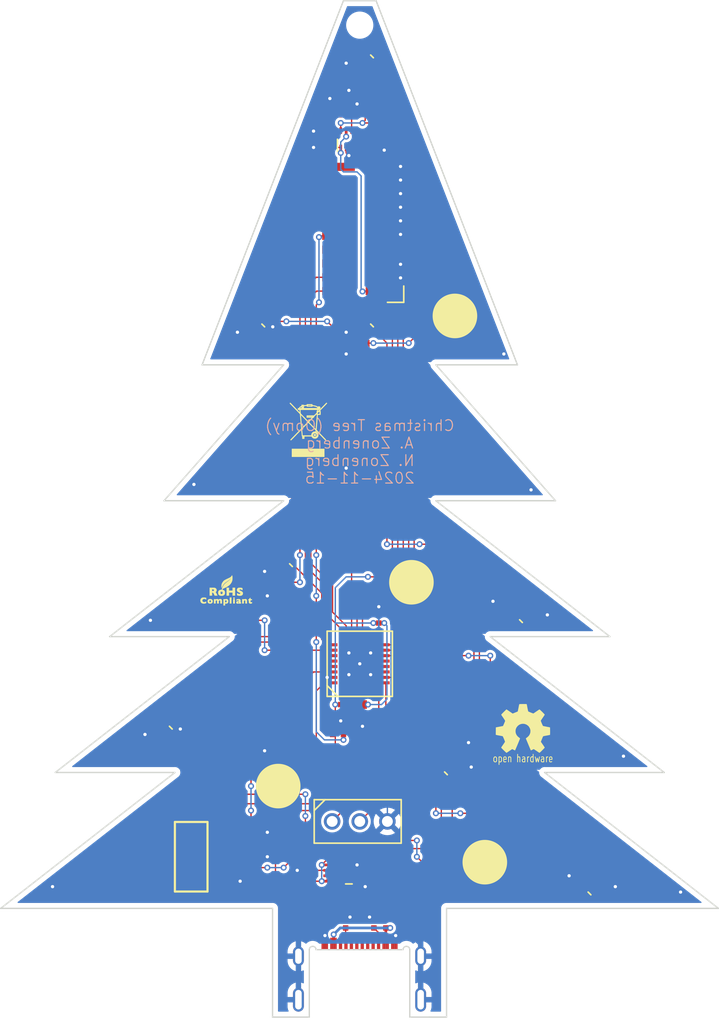
<source format=kicad_pcb>
(kicad_pcb (version 20240108) (generator "pcbnew") (generator_version "8.0")
  (layers (0 "F.Cu" signal) (31 "B.Cu" signal) (34 "B.Paste" user) (35 "F.Paste" user) (36 "B.SilkS" user "B.Silkscreen") (37 "F.SilkS" user "F.Silkscreen") (38 "B.Mask" user) (39 "F.Mask" user) (44 "Edge.Cuts" user))
  (net 0 "")
  (net 1 "/VBUS_RAW")
  (net 2 "/GND")
  (net 3 "Net-(U1-SR)")
  (net 4 "Net-(U3-DIN)")
  (net 5 "/5V0")
  (net 6 "/3V3")
  (net 7 "Net-(F1-Pad1)")
  (net 8 "Net-(F1-Pad2)")
  (net 11 "Net-(J1-CC2)")
  (net 15 "Net-(J1-CC1)")
  (net 17 "/LED_CTRL_5V0")
  (net 18 "/LED_CTRL")
  (net 19 "Net-(U3-DOUT)")
  (net 20 "Net-(U4-DOUT)")
  (net 21 "Net-(U5-DOUT)")
  (net 22 "Net-(D1-A)")
  (net 23 "Net-(D2-A)")
  (net 24 "Net-(D3-A)")
  (net 25 "Net-(D4-A)")
  (net 26 "Net-(D5-A)")
  (net 27 "Net-(D6-A)")
  (net 28 "Net-(D7-A)")
  (net 29 "Net-(D8-A)")
  (net 30 "Net-(D9-A)")
  (net 31 "Net-(D10-A)")
  (net 33 "/SWDIO")
  (net 39 "/RST_N")
  (net 40 "/SWCLK")
  (net 42 "/UART_TX")
  (net 43 "/UART_RX")
  (net 44 "/RED_0")
  (net 45 "/RED_1")
  (net 46 "/RED_2")
  (net 47 "/RED_3")
  (net 48 "/RED_4")
  (net 49 "/GREEN_0")
  (net 50 "/GREEN_1")
  (net 51 "/GREEN_2")
  (net 52 "/GREEN_3")
  (net 53 "/GREEN_4")
  (net 60 "Net-(U10-DIN)")
  (net 63 "Net-(U11-DIN)")
  (net 64 "Net-(U11-DOUT)")
  (net 68 "Net-(U7-DIN)")
  (footprint "azonenberg_pcb:EIA_0402_CAP_NOSILK" (layer "F.Cu") (at 107.5 83.75 180)
    (property "Reference" "C15" (hide yes))
    (property "Value" "0.47 uF" (hide yes))
  )
  (footprint "azonenberg_pcb:CONN_HEADER_1.27MM_2x10_SMT_SAMTEC_FTSH-110-01-L-DV-K" (layer "F.Cu") (at 115.045 50 90)
    (property "Reference" "J2" (hide yes))
    (property "Value" "CORTEX_DEBUG_ETM" (hide yes))
  )
  (footprint "azonenberg_pcb:EIA_0402_CAP_NOSILK" (layer "F.Cu") (at 113.75 38.5)
    (property "Reference" "C3" (hide yes))
    (property "Value" "DNP" (hide yes))
  )
  (footprint "azonenberg_pcb:EIA_0402_CAP_NOSILK" (layer "F.Cu") (at 115 61.5 180)
    (property "Reference" "C8" (hide yes))
    (property "Value" "0.47 uF" (hide yes))
  )
  (footprint "azonenberg_pcb:EIA_0402_RES_NOSILK" (layer "F.Cu") (at 103 73.5)
    (property "Reference" "R13" (hide yes))
    (property "Value" "33K" (hide yes))
  )
  (footprint "azonenberg_pcb:EIA_0402_CAP_NOSILK" (layer "F.Cu") (at 107 60 90)
    (property "Reference" "C7" (hide yes))
    (property "Value" "0.47 uF" (hide yes))
  )
  (footprint "azonenberg_pcb:EIA_0402_RES_NOSILK" (layer "F.Cu") (at 136 98.5 180)
    (property "Reference" "R6" (hide yes))
    (property "Value" "4.7K" (hide yes))
  )
  (footprint "azonenberg_pcb:EIA_0402_CAP_NOSILK" (layer "F.Cu") (at 123.999999 97.25)
    (property "Reference" "C16" (hide yes))
    (property "Value" "0.47 uF" (hide yes))
  )
  (footprint "azonenberg_pcb:EIA_0402_RES_NOSILK" (layer "F.Cu") (at 99.25 86)
    (property "Reference" "R7" (hide yes))
    (property "Value" "4.7K" (hide yes))
  )
  (footprint "azonenberg_pcb:EIA_0402_RES_NOSILK" (layer "F.Cu") (at 125 61.5 180)
    (property "Reference" "R8" (hide yes))
    (property "Value" "4.7K" (hide yes))
  )
  (footprint "lain:GCT_USB4500-03-0-A" (layer "F.Cu") (at 114.98 120.9)
    (property "Reference" "J1" (hide yes))
    (property "Value" "USB_C_Receptacle_USB2.0" (hide yes))
    (fp_line (start -6.4 1.6) (end -4.62 1.6) (stroke (width 0.12)) (layer "Edge.Cuts"))
    (fp_line (start -4.62 1.6) (end -4.62 -4.6) (stroke (width 0.12)) (layer "Edge.Cuts"))
    (fp_line (start -4 -4.6) (end 4 -4.6) (stroke (width 0.12)) (layer "Edge.Cuts"))
    (fp_line (start 4.62 1.6) (end 4.62 -4.6) (stroke (width 0.12)) (layer "Edge.Cuts"))
    (fp_line (start 6.4 1.6) (end 4.62 1.6) (stroke (width 0.12)) (layer "Edge.Cuts"))
    (fp_arc (start -4.62 -4.6) (mid -4.31 -4.91) (end -4 -4.6) (stroke (width 0.12)) (layer "Edge.Cuts"))
    (fp_arc (start 4 -4.6) (mid 4.31 -4.91) (end 4.62 -4.6) (stroke (width 0.12)) (layer "Edge.Cuts"))
  )
  (footprint "azonenberg_pcb:EIA_0402_CAP_NOSILK" (layer "F.Cu") (at 128.5 84.25 180)
    (property "Reference" "C9" (hide yes))
    (property "Value" "0.47 uF" (hide yes))
  )
  (footprint "azonenberg_pcb:EIA_0402_CAP_NOSILK" (layer "F.Cu") (at 114.75 96.5)
    (property "Reference" "C19" (hide yes))
    (property "Value" "0.1 uF" (hide yes))
  )
  (footprint "azonenberg_pcb:LED_EVERLIGHT_19-C47_RSGHBHC-5V01_2T" (layer "F.Cu") (at 115 35.25)
    (property "Reference" "U3" (hide yes))
    (property "Value" "19-C47/RSGHBHC-5V01/2T" (hide yes))
  )
  (footprint "azonenberg_pcb:EIA_0402_RES_NOSILK" (layer "F.Cu") (at 115 73 180)
    (property "Reference" "R14" (hide yes))
    (property "Value" "33K" (hide yes))
  )
  (footprint "azonenberg_pcb:EIA_0402_RES_NOSILK" (layer "F.Cu") (at 113.7 113.8 90)
    (property "Reference" "R1" (hide yes))
    (property "Value" "5.1k" (hide yes))
  )
  (footprint "azonenberg_pcb:QFN_32_0.5MM_5x5MM" (layer "F.Cu") (at 115 90 90)
    (property "Reference" "U9" (hide yes))
    (property "Value" "STM32L031-QFN32" (hide yes))
  )
  (footprint "azonenberg_pcb:EIA_0402_CAP_NOSILK" (layer "F.Cu") (at 98.5 97.000001 90)
    (property "Reference" "C10" (hide yes))
    (property "Value" "0.47 uF" (hide yes))
  )
  (footprint "azonenberg_pcb:LED_EVERLIGHT_19-C47_RSGHBHC-5V01_2T" (layer "F.Cu") (at 105 60)
    (property "Reference" "U4" (hide yes))
    (property "Value" "19-C47/RSGHBHC-5V01/2T" (hide yes))
  )
  (footprint "azonenberg_pcb:EIA_0402_LED" (layer "F.Cu") (at 127 61.5 180)
    (property "Reference" "D4" (hide yes))
    (property "Value" "RED" (hide yes))
  )
  (footprint "azonenberg_pcb:SOT223-4" (layer "F.Cu") (at 99.5 107.75 90)
    (property "Reference" "U12" (hide yes))
    (property "Value" "ZLDO1117-33" (hide yes))
  )
  (footprint "azonenberg_pcb:EIA_0402_CAP_NOSILK" (layer "F.Cu") (at 111.75 41 180)
    (property "Reference" "C5" (hide yes))
    (property "Value" "0.47 uF" (hide yes))
  )
  (footprint "azonenberg_pcb:EIA_0603_CAP_NOSILK" (layer "F.Cu") (at 115.25 94.5 -90)
    (property "Reference" "C12" (hide yes))
    (property "Value" "4.7 uF" (hide yes))
  )
  (footprint "azonenberg_pcb:EIA_0402_LED" (layer "F.Cu") (at 88 110.5)
    (property "Reference" "D1" (hide yes))
    (property "Value" "RED" (hide yes))
  )
  (footprint "azonenberg_pcb:LED_EVERLIGHT_19-C47_RSGHBHC-5V01_2T" (layer "F.Cu") (at 96.5 97)
    (property "Reference" "U7" (hide yes))
    (property "Value" "19-C47/RSGHBHC-5V01/2T" (hide yes))
  )
  (footprint "azonenberg_pcb:EIA_0402_RES_NOSILK" (layer "F.Cu") (at 113 96.5)
    (property "Reference" "R15" (hide yes))
    (property "Value" "DNP" (hide yes))
  )
  (footprint "azonenberg_pcb:EIA_0402_RES_NOSILK" (layer "F.Cu") (at 109.5 98)
    (property "Reference" "R11" (hide yes))
    (property "Value" "33K" (hide yes))
  )
  (footprint "azonenberg_pcb:DFN_6_0.5MM_1.6x1.6MM_TI_DPK" (layer "F.Cu") (at 113.75 41.75)
    (property "Reference" "U2" (hide yes))
    (property "Value" "74LVC1T45" (hide yes))
  )
  (footprint "azonenberg_pcb:EIA_0402_LED" (layer "F.Cu") (at 101 73.5)
    (property "Reference" "D9" (hide yes))
    (property "Value" "GREEN" (hide yes))
  )
  (footprint "azonenberg_pcb:DFN_8_0.5MM_2x2MM" (layer "F.Cu") (at 113 109.25 180)
    (property "Reference" "U1" (hide yes))
    (property "Value" "NCP45525IMNTWG-H" (hide yes))
  )
  (footprint "azonenberg_pcb:EIA_0402_CAP_NOSILK" (layer "F.Cu") (at 116.75 85.75 90)
    (property "Reference" "C14" (hide yes))
    (property "Value" "0.47 uF" (hide yes))
  )
  (footprint "azonenberg_pcb:EIA_0402_LED" (layer "F.Cu") (at 129.5 74 180)
    (property "Reference" "D8" (hide yes))
    (property "Value" "GREEN" (hide yes))
  )
  (footprint "azonenberg_pcb:MECHANICAL_CLEARANCEHOLE_4_40" (layer "F.Cu") (at 115 31.25)
    (property "Reference" "M1" (hide yes))
    (property "Value" "MECHANICAL" (hide yes))
  )
  (footprint "azonenberg_pcb:EIA_0402_RES_NOSILK" (layer "F.Cu") (at 127.5 74 180)
    (property "Reference" "R12" (hide yes))
    (property "Value" "33K" (hide yes))
  )
  (footprint "azonenberg_pcb:EIA_0402_CAP_NOSILK" (layer "F.Cu") (at 110.250001 109 180)
    (property "Reference" "C2" (hide yes))
    (property "Value" "DNP" (hide yes))
  )
  (footprint "azonenberg_pcb:EIA_0402_CAP_NOSILK" (layer "F.Cu") (at 115.5 109.500001 -90)
    (property "Reference" "C1" (hide yes))
    (property "Value" "0.47 uF" (hide yes))
  )
  (footprint "azonenberg_pcb:EIA_0402_RES_NOSILK" (layer "F.Cu") (at 120 44.5 -90)
    (property "Reference" "R10" (hide yes))
    (property "Value" "33K" (hide yes))
  )
  (footprint "azonenberg_pcb:EIA_0402_CAP_NOSILK" (layer "F.Cu") (at 111.75 42.5 180)
    (property "Reference" "C6" (hide yes))
    (property "Value" "0.47 uF" (hide yes))
  )
  (footprint "azonenberg_pcb:EIA_0603_CAP_NOSILK" (layer "F.Cu") (at 105.25 105.5)
    (property "Reference" "C17" (hide yes))
    (property "Value" "4.7 uF" (hide yes))
  )
  (footprint "azonenberg_pcb:CONN_HEADER_2.54MM_1x3_REFLOW" (layer "F.Cu") (at 115 104.5)
    (property "Reference" "J3" (hide yes))
    (property "Value" "CONN_01X03" (hide yes))
  )
  (footprint "azonenberg_pcb:LED_EVERLIGHT_19-C47_RSGHBHC-5V01_2T" (layer "F.Cu") (at 124.05 98.95 180)
    (property "Reference" "U11" (hide yes))
    (property "Value" "19-C47/RSGHBHC-5V01/2T" (hide yes))
  )
  (footprint "azonenberg_pcb:EIA_0402_LED" (layer "F.Cu") (at 118.5 42.75)
    (property "Reference" "D6" (hide yes))
    (property "Value" "GREEN" (hide yes))
  )
  (footprint "azonenberg_pcb:EIA_0402_RES_NOSILK" (layer "F.Cu") (at 113.750001 39.5 180)
    (property "Reference" "R3" (hide yes))
    (property "Value" "0" (hide yes))
  )
  (footprint "azonenberg_pcb:EIA_0402_RES_NOSILK" (layer "F.Cu") (at 117.4 113.8 90)
    (property "Reference" "F1" (hide yes))
    (property "Value" "1A" (hide yes))
  )
  (footprint "azonenberg_pcb:EIA_0402_LED" (layer "F.Cu") (at 115 72)
    (property "Reference" "D10" (hide yes))
    (property "Value" "GREEN" (hide yes))
  )
  (footprint "azonenberg_pcb:LED_EVERLIGHT_19-C47_RSGHBHC-5V01_2T" (layer "F.Cu") (at 130.95 84.95 180)
    (property "Reference" "U6" (hide yes))
    (property "Value" "19-C47/RSGHBHC-5V01/2T" (hide yes))
  )
  (footprint "azonenberg_pcb:LED_EVERLIGHT_19-C47_RSGHBHC-5V01_2T" (layer "F.Cu") (at 137.25 110 180)
    (property "Reference" "U8" (hide yes))
    (property "Value" "19-C47/RSGHBHC-5V01/2T" (hide yes))
  )
  (footprint "azonenberg_pcb:EIA_0402_RES_NOSILK" (layer "F.Cu") (at 90 110.5)
    (property "Reference" "R5" (hide yes))
    (property "Value" "4.7K" (hide yes))
  )
  (footprint "azonenberg_pcb:EIA_0402_LED" (layer "F.Cu") (at 97 86)
    (property "Reference" "D3" (hide yes))
    (property "Value" "RED" (hide yes))
  )
  (footprint "azonenberg_pcb:EIA_0402_RES_NOSILK" (layer "F.Cu") (at 112.25 39 -90)
    (property "Reference" "R4" (hide yes))
    (property "Value" "10K" (hide yes))
  )
  (footprint "w_logo:Logo_silk_OSHW_6x6mm" (layer "F.Cu") (at 130.005 95.944565)
    (property "Reference" "G***" (hide yes))
    (property "Value" "LOGO" (hide yes))
  )
  (footprint "azonenberg_pcb:LED_EVERLIGHT_19-C47_RSGHBHC-5V01_2T" (layer "F.Cu") (at 107.55 82.05)
    (property "Reference" "U10" (hide yes))
    (property "Value" "19-C47/RSGHBHC-5V01/2T" (hide yes))
  )
  (footprint "azonenberg_pcb:EIA_0402_RES_NOSILK" (layer "F.Cu") (at 116.3 113.8 90)
    (property "Reference" "R2" (hide yes))
    (property "Value" "5.1k" (hide yes))
  )
  (footprint "azonenberg_pcb:EIA_0402_CAP_NOSILK" (layer "F.Cu") (at 115 37.25 180)
    (property "Reference" "C4" (hide yes))
    (property "Value" "0.47 uF" (hide yes))
  )
  (footprint "w_logo:Logo_silk_WEEE_3.4x5mm" (layer "F.Cu") (at 110.25 68.5)
    (property "Reference" "G***" (hide yes))
    (property "Value" "LOGO" (hide yes))
  )
  (footprint "azonenberg_pcb:EIA_0402_CAP_NOSILK" (layer "F.Cu") (at 135.25 109.5 180)
    (property "Reference" "C11" (hide yes))
    (property "Value" "0.47 uF" (hide yes))
  )
  (footprint "azonenberg_pcb:EIA_0603_CAP_NOSILK" (layer "F.Cu") (at 105.25 107.75)
    (property "Reference" "C18" (hide yes))
    (property "Value" "4.7 uF" (hide yes))
  )
  (footprint "azonenberg_pcb:EIA_0402_LED" (layer "F.Cu") (at 107.5 98)
    (property "Reference" "D7" (hide yes))
    (property "Value" "GREEN" (hide yes))
  )
  (footprint "azonenberg_pcb:EIA_0402_CAP_NOSILK" (layer "F.Cu") (at 113.25 94.25 -90)
    (property "Reference" "C13" (hide yes))
    (property "Value" "0.47 uF" (hide yes))
  )
  (footprint "azonenberg_pcb:EIA_1206_CAP_NOSILK" (layer "F.Cu") (at 117.4 110.5 -90)
    (property "Reference" "L1" (hide yes))
    (property "Value" "BLM31KN271SN1L" (hide yes))
  )
  (footprint "azonenberg_pcb:EIA_0402_LED" (layer "F.Cu") (at 144 111.5 180)
    (property "Reference" "D5" (hide yes))
    (property "Value" "RED" (hide yes))
  )
  (footprint "azonenberg_pcb:EIA_0402_LED" (layer "F.Cu") (at 138 98.5 180)
    (property "Reference" "D2" (hide yes))
    (property "Value" "RED" (hide yes))
  )
  (footprint "azonenberg_pcb:LED_EVERLIGHT_19-C47_RSGHBHC-5V01_2T" (layer "F.Cu") (at 115 60)
    (property "Reference" "U5" (hide yes))
    (property "Value" "19-C47/RSGHBHC-5V01/2T" (hide yes))
  )
  (footprint "w_logo:Logo_silk_ROHS_5x2.8mm" (layer "F.Cu") (at 102.75 83.25)
    (property "Reference" "G***" (hide yes))
    (property "Value" "LOGO" (hide yes))
  )
  (footprint "azonenberg_pcb:EIA_0402_RES_NOSILK" (layer "F.Cu") (at 142 111.5 180)
    (property "Reference" "R9" (hide yes))
    (property "Value" "4.7K" (hide yes))
  )
  (gr_circle (center 122.75 69.75) (end 124.75 69.75) (stroke (width 0.1)) (fill solid) (layer "F.Cu"))
  (gr_circle (center 102.25 94.5) (end 104.25 94.5) (stroke (width 0.1)) (fill solid) (layer "F.Cu"))
  (gr_circle (center 119.75 82.5) (end 121.75 82.5) (stroke (width 0.1)) (fill solid) (layer "F.SilkS"))
  (gr_circle (center 107.5 101.25) (end 109.5 101.25) (stroke (width 0.1)) (fill solid) (layer "F.SilkS"))
  (gr_circle (center 123.75 58) (end 125.75 58) (stroke (width 0.1)) (fill solid) (layer "F.SilkS"))
  (gr_circle (center 126.5 108.25) (end 128.5 108.25) (stroke (width 0.1)) (fill solid) (layer "F.SilkS"))
  (gr_line (start 138 87.5) (end 127 87.5) (stroke (width 0.125)) (layer "Edge.Cuts"))
  (gr_line (start 92 87.5) (end 108 75) (stroke (width 0.125)) (layer "Edge.Cuts"))
  (gr_line (start 98 100) (end 87 100) (stroke (width 0.125)) (layer "Edge.Cuts"))
  (gr_line (start 100.5 62.5) (end 113.5 29) (stroke (width 0.125)) (layer "Edge.Cuts"))
  (gr_line (start 143 100) (end 132 100) (stroke (width 0.125)) (layer "Edge.Cuts"))
  (gr_line (start 122.98 122.5) (end 122.98 112.5) (stroke (width 0.125)) (layer "Edge.Cuts"))
  (gr_line (start 81.98 112.5) (end 98 100) (stroke (width 0.125)) (layer "Edge.Cuts"))
  (gr_line (start 87 100) (end 103 87.5) (stroke (width 0.125)) (layer "Edge.Cuts"))
  (gr_line (start 143 100) (end 127 87.5) (stroke (width 0.125)) (layer "Edge.Cuts"))
  (gr_line (start 133 75) (end 122 75) (stroke (width 0.125)) (layer "Edge.Cuts"))
  (gr_line (start 116.5 29) (end 129.5 62.5) (stroke (width 0.125)) (layer "Edge.Cuts"))
  (gr_line (start 100.5 62.5) (end 108 62.5) (stroke (width 0.125)) (layer "Edge.Cuts"))
  (gr_line (start 106.98 122.5) (end 106.98 112.5) (stroke (width 0.125)) (layer "Edge.Cuts"))
  (gr_line (start 138 87.5) (end 122 75) (stroke (width 0.125)) (layer "Edge.Cuts"))
  (gr_line (start 106.98 122.5) (end 108.58 122.5) (stroke (width 0.125)) (layer "Edge.Cuts"))
  (gr_line (start 133 75) (end 122 62.5) (stroke (width 0.125)) (layer "Edge.Cuts"))
  (gr_line (start 147.98 112.5) (end 132 100) (stroke (width 0.125)) (layer "Edge.Cuts"))
  (gr_line (start 92 87.5) (end 103 87.5) (stroke (width 0.125)) (layer "Edge.Cuts"))
  (gr_line (start 108 75) (end 97 75) (stroke (width 0.125)) (layer "Edge.Cuts"))
  (gr_line (start 121.38 122.5) (end 122.98 122.5) (stroke (width 0.125)) (layer "Edge.Cuts"))
  (gr_line (start 81.98 112.5) (end 106.98 112.5) (stroke (width 0.125)) (layer "Edge.Cuts"))
  (gr_line (start 122 62.5) (end 129.5 62.5) (stroke (width 0.125)) (layer "Edge.Cuts"))
  (gr_line (start 113.5 29) (end 116.5 29) (stroke (width 0.125)) (layer "Edge.Cuts"))
  (gr_line (start 97 75) (end 108 62.5) (stroke (width 0.125)) (layer "Edge.Cuts"))
  (gr_line (start 122.98 112.5) (end 147.98 112.5) (stroke (width 0.125)) (layer "Edge.Cuts"))
  (gr_text "Christmas Tree (Oomy)\nA. Zonenberg\nN. Zonenberg\n2024-11-15" (at 115 73.5 0) (layer "B.SilkS") (effects (font (size 1 1) (thickness 0.1)) (justify bottom mirror)))
  (segment (start 117.385069 108.95) (end 115.550002 108.95) (width 0.125) (layer "F.Cu") (net 1))
  (segment (start 114 109) (end 113.25 109) (width 0.125) (layer "F.Cu") (net 1))
  (segment (start 114 109) (end 114 110) (width 0.125) (layer "F.Cu") (net 1))
  (segment (start 115.5 109.000002) (end 114.000002 109.000002) (width 0.125) (layer "F.Cu") (net 1))
  (segment (start 113.25 109) (end 113 109.25) (width 0.125) (layer "F.Cu") (net 1))
  (segment (start 113.75 42.55) (end 113.75 43) (width 0.125) (layer "F.Cu") (net 2))
  (segment (start 115.5 110) (end 115.5 110.5) (width 0.125) (layer "F.Cu") (net 2))
  (segment (start 103.8 59.45) (end 103.75 59.5) (width 0.125) (layer "F.Cu") (net 2))
  (segment (start 118.675 46.825) (end 118.75 46.75) (width 0.125) (layer "F.Cu") (net 2))
  (segment (start 117.045 49.365) (end 118.635 49.365) (width 0.125) (layer "F.Cu") (net 2))
  (segment (start 107.000001 83.75) (end 106.5 83.75) (width 0.125) (layer "F.Cu") (net 2))
  (segment (start 117.25 42.75) (end 117.903 42.75) (width 0.125) (layer "F.Cu") (net 2))
  (segment (start 138.597 98.5) (end 139.25 98.5) (width 0.125) (layer "F.Cu") (net 2))
  (segment (start 127.597 61.5) (end 128.25 61.5) (width 0.125) (layer "F.Cu") (net 2))
  (segment (start 87.403 110.5) (end 86.75 110.5) (width 0.125) (layer "F.Cu") (net 2))
  (segment (start 106 107.75) (end 106.5 107.75) (width 0.125) (layer "F.Cu") (net 2))
  (segment (start 114.25 38.5) (end 114.75 38.5) (width 0.125) (layer "F.Cu") (net 2))
  (segment (start 118.3 115) (end 118.3 115.48) (width 0.25) (layer "F.Cu") (net 2))
  (segment (start 106 105.5) (end 106.5 105.5) (width 0.125) (layer "F.Cu") (net 2))
  (segment (start 116.75 85.250001) (end 116.75 84.75) (width 0.125) (layer "F.Cu") (net 2))
  (segment (start 111.855 115.675) (end 111.93 115.675) (width 0.25) (layer "F.Cu") (net 2))
  (segment (start 107 59) (end 107 59.500001) (width 0.125) (layer "F.Cu") (net 2))
  (segment (start 117.18 50.5) (end 118.75 50.5) (width 0.125) (layer "F.Cu") (net 2))
  (segment (start 114 108.5) (end 114.75 108.5) (width 0.125) (layer "F.Cu") (net 2))
  (segment (start 111.250001 41) (end 110.75 41) (width 0.125) (layer "F.Cu") (net 2))
  (segment (start 112.25 38.500001) (end 112.25 38) (width 0.125) (layer "F.Cu") (net 2))
  (segment (start 111.8 115.62) (end 111.855 115.675) (width 0.25) (layer "F.Cu") (net 2))
  (segment (start 95.25 96.5) (end 95.9 96.5) (width 0.125) (layer "F.Cu") (net 2))
  (segment (start 144.5 111) (end 144.5 111.403) (width 0.125) (layer "F.Cu") (net 2))
  (segment (start 111.8 115) (end 111.8 115.62) (width 0.25) (layer "F.Cu") (net 2))
  (segment (start 115.25 95.25) (end 115.25 95.75) (width 0.125) (layer "F.Cu") (net 2))
  (segment (start 98.5 96.500002) (end 98.5 96) (width 0.125) (layer "F.Cu") (net 2))
  (segment (start 114 37.25) (end 114.500001 37.25) (width 0.125) (layer "F.Cu") (net 2))
  (segment (start 95.75 86) (end 96.403 86) (width 0.125) (layer "F.Cu") (net 2))
  (segment (start 118.655 48.095) (end 118.75 48) (width 0.125) (layer "F.Cu") (net 2))
  (segment (start 115.9 113.3) (end 116.299999 113.3) (width 0.25) (layer "F.Cu") (net 2))
  (segment (start 118.105 115.675) (end 118.03 115.675) (width 0.25) (layer "F.Cu") (net 2))
  (segment (start 117.045 44.285) (end 118.715 44.285) (width 0.125) (layer "F.Cu") (net 2))
  (segment (start 134.750001 109.5) (end 134.25 109.5) (width 0.125) (layer "F.Cu") (net 2))
  (segment (start 114.403 72) (end 113.75 72) (width 0.125) (layer "F.Cu") (net 2))
  (segment (start 99.75 73.5) (end 100.403 73.5) (width 0.125) (layer "F.Cu") (net 2))
  (segment (start 117.045001 53.175) (end 118.675 53.175) (width 0.125) (layer "F.Cu") (net 2))
  (segment (start 107 81.5) (end 106.25 81.5) (width 0.125) (layer "F.Cu") (net 2))
  (segment (start 113.25 95.25) (end 113.25 94.749999) (width 0.125) (layer "F.Cu") (net 2))
  (segment (start 117.045 48.095) (end 118.655 48.095) (width 0.125) (layer "F.Cu") (net 2))
  (segment (start 113.75 61.5) (end 114.500001 61.5) (width 0.125) (layer "F.Cu") (net 2))
  (segment (start 115.25 95.75) (end 115.25 96.5) (width 0.125) (layer "F.Cu") (net 2))
  (segment (start 113.7 113.300001) (end 114.099999 113.300001) (width 0.25) (layer "F.Cu") (net 2))
  (segment (start 130.097 74) (end 130.75 74) (width 0.125) (layer "F.Cu") (net 2))
  (segment (start 104.45 59.45) (end 103.8 59.45) (width 0.125) (layer "F.Cu") (net 2))
  (segment (start 118.3 115.48) (end 118.105 115.675) (width 0.25) (layer "F.Cu") (net 2))
  (segment (start 118.715 44.285) (end 118.75 44.25) (width 0.125) (layer "F.Cu") (net 2))
  (segment (start 113.75 59.5) (end 114.4 59.5) (width 0.125) (layer "F.Cu") (net 2))
  (segment (start 118.695 45.555) (end 118.75 45.5) (width 0.125) (layer "F.Cu") (net 2))
  (segment (start 125.25 99.5) (end 124.6 99.5) (width 0.125) (layer "F.Cu") (net 2))
  (segment (start 102.8 110.03) (end 103.97 110.03) (width 0.125) (layer "F.Cu") (net 2))
  (segment (start 114.099999 113.300001) (end 114.1 113.3) (width 0.25) (layer "F.Cu") (net 2))
  (segment (start 124.499998 97.25) (end 125 97.25) (width 0.125) (layer "F.Cu") (net 2))
  (segment (start 117.045001 46.825) (end 118.675 46.825) (width 0.125) (layer "F.Cu") (net 2))
  (segment (start 109.750002 109) (end 109.25 109) (width 0.125) (layer "F.Cu") (net 2))
  (segment (start 118.695 54.445) (end 118.75 54.5) (width 0.125) (layer "F.Cu") (net 2))
  (segment (start 113.75 34.75) (end 114.4 34.75) (width 0.125) (layer "F.Cu") (net 2))
  (segment (start 128.000001 84.25) (end 127.25 84.25) (width 0.125) (layer "F.Cu") (net 2))
  (segment (start 117.045 54.445) (end 118.695 54.445) (width 0.125) (layer "F.Cu") (net 2))
  (segment (start 111.250001 42.5) (end 110.75 42.5) (width 0.125) (layer "F.Cu") (net 2))
  (segment (start 132.25 85.5) (end 131.5 85.5) (width 0.125) (layer "F.Cu") (net 2))
  (segment (start 112.6 91.25) (end 112 91.25) (width 0.125) (layer "F.Cu") (net 2))
  (segment (start 103.97 110.03) (end 104 110) (width 0.125) (layer "F.Cu") (net 2))
  (segment (start 106.903 98) (end 106.25 98) (width 0.125) (layer "F.Cu") (net 2))
  (segment (start 113.75 43) (end 114 43.25) (width 0.125) (layer "F.Cu") (net 2))
  (segment (start 118.635 49.365) (end 118.75 49.25) (width 0.125) (layer "F.Cu") (net 2))
  (segment (start 118.675 53.175) (end 118.75 53.25) (width 0.125) (layer "F.Cu") (net 2))
  (segment (start 138.5 110.5) (end 137.85 110.5) (width 0.125) (layer "F.Cu") (net 2))
  (segment (start 117.045 45.555) (end 118.695 45.555) (width 0.125) (layer "F.Cu") (net 2))
  (via (at 118.75 46.75) (size 0.55) (drill 0.3) (layers "F.Cu" "B.Cu") (net 2))
  (via (at 115.25 95.75) (size 0.55) (drill 0.3) (layers "F.Cu" "B.Cu") (net 2))
  (via (at 118.75 53.25) (size 0.55) (drill 0.3) (layers "F.Cu" "B.Cu") (net 2))
  (via (at 106.25 98) (size 0.55) (drill 0.3) (layers "F.Cu" "B.Cu") (net 2))
  (via (at 115 90) (size 0.55) (drill 0.3) (layers "F.Cu" "B.Cu") (net 2))
  (via (at 114 43.25) (size 0.55) (drill 0.3) (layers "F.Cu" "B.Cu") (net 2))
  (via (at 118.75 49.25) (size 0.55) (drill 0.3) (layers "F.Cu" "B.Cu") (net 2))
  (via (at 116.75 84.75) (size 0.55) (drill 0.3) (layers "F.Cu" "B.Cu") (net 2))
  (via (at 112.25 38) (size 0.55) (drill 0.3) (layers "F.Cu" "B.Cu") (net 2))
  (via (at 132.25 85.5) (size 0.55) (drill 0.3) (layers "F.Cu" "B.Cu") (net 2))
  (via (at 116 91) (size 0.55) (drill 0.3) (layers "F.Cu" "B.Cu") (net 2))
  (via (at 138.5 110.5) (size 0.55) (drill 0.3) (layers "F.Cu" "B.Cu") (net 2))
  (via (at 110.75 41) (size 0.55) (drill 0.3) (layers "F.Cu" "B.Cu") (net 2))
  (via (at 113.75 72) (size 0.55) (drill 0.3) (layers "F.Cu" "B.Cu") (net 2))
  (via (at 139.25 98.5) (size 0.55) (drill 0.3) (layers "F.Cu" "B.Cu") (net 2))
  (via (at 106.5 105.5) (size 0.55) (drill 0.3) (layers "F.Cu" "B.Cu") (net 2))
  (via (at 113.75 59.5) (size 0.55) (drill 0.3) (layers "F.Cu" "B.Cu") (net 2))
  (via (at 107 59) (size 0.55) (drill 0.3) (layers "F.Cu" "B.Cu") (net 2))
  (via (at 110.75 42.5) (size 0.55) (drill 0.3) (layers "F.Cu" "B.Cu") (net 2))
  (via (at 114 91) (size 0.55) (drill 0.3) (layers "F.Cu" "B.Cu") (net 2))
  (via (at 109.25 109) (size 0.55) (drill 0.3) (layers "F.Cu" "B.Cu") (net 2))
  (via (at 118.3 115) (size 0.55) (drill 0.3) (layers "F.Cu" "B.Cu") (net 2))
  (via (at 125.25 99.5) (size 0.55) (drill 0.3) (layers "F.Cu" "B.Cu") (net 2))
  (via (at 95.25 96.5) (size 0.55) (drill 0.3) (layers "F.Cu" "B.Cu") (net 2))
  (via (at 125 97.25) (size 0.55) (drill 0.3) (layers "F.Cu" "B.Cu") (net 2))
  (via (at 134.25 109.5) (size 0.55) (drill 0.3) (layers "F.Cu" "B.Cu") (net 2))
  (via (at 106.5 107.75) (size 0.55) (drill 0.3) (layers "F.Cu" "B.Cu") (net 2))
  (via (at 106.25 81.5) (size 0.55) (drill 0.3) (layers "F.Cu" "B.Cu") (net 2))
  (via (at 128.25 61.5) (size 0.55) (drill 0.3) (layers "F.Cu" "B.Cu") (net 2))
  (via (at 115.9 113.3) (size 0.55) (drill 0.3) (layers "F.Cu" "B.Cu") (net 2))
  (via (at 118.75 54.5) (size 0.55) (drill 0.3) (layers "F.Cu" "B.Cu") (net 2))
  (via (at 115.5 110.5) (size 0.55) (drill 0.3) (layers "F.Cu" "B.Cu") (net 2))
  (via (at 113.75 34.75) (size 0.55) (drill 0.3) (layers "F.Cu" "B.Cu") (net 2))
  (via (at 111.8 115) (size 0.55) (drill 0.3) (layers "F.Cu" "B.Cu") (net 2))
  (via (at 117.25 42.75) (size 0.55) (drill 0.3) (layers "F.Cu" "B.Cu") (net 2))
  (via (at 86.75 110.5) (size 0.55) (drill 0.3) (layers "F.Cu" "B.Cu") (net 2))
  (via (at 112 91.25) (size 0.55) (drill 0.3) (layers "F.Cu" "B.Cu") (net 2))
  (via (at 104 110) (size 0.55) (drill 0.3) (layers "F.Cu" "B.Cu") (net 2))
  (via (at 114.75 38.5) (size 0.55) (drill 0.3) (layers "F.Cu" "B.Cu") (net 2))
  (via (at 127.25 84.25) (size 0.55) (drill 0.3) (layers "F.Cu" "B.Cu") (net 2))
  (via (at 144.5 111) (size 0.55) (drill 0.3) (layers "F.Cu" "B.Cu") (net 2))
  (via (at 118.75 44.25) (size 0.55) (drill 0.3) (layers "F.Cu" "B.Cu") (net 2))
  (via (at 118.75 50.5) (size 0.55) (drill 0.3) (layers "F.Cu" "B.Cu") (net 2))
  (via (at 113.25 95.25) (size 0.55) (drill 0.3) (layers "F.Cu" "B.Cu") (net 2))
  (via (at 114 89) (size 0.55) (drill 0.3) (layers "F.Cu" "B.Cu") (net 2))
  (via (at 95.75 86) (size 0.55) (drill 0.3) (layers "F.Cu" "B.Cu") (net 2))
  (via (at 106.5 83.75) (size 0.55) (drill 0.3) (layers "F.Cu" "B.Cu") (net 2))
  (via (at 116 89) (size 0.55) (drill 0.3) (layers "F.Cu" "B.Cu") (net 2))
  (via (at 103.75 59.5) (size 0.55) (drill 0.3) (layers "F.Cu" "B.Cu") (net 2))
  (via (at 114.75 108.5) (size 0.55) (drill 0.3) (layers "F.Cu" "B.Cu") (net 2))
  (via (at 99.75 73.5) (size 0.55) (drill 0.3) (layers "F.Cu" "B.Cu") (net 2))
  (via (at 114.1 113.3) (size 0.55) (drill 0.3) (layers "F.Cu" "B.Cu") (net 2))
  (via (at 118.75 48) (size 0.55) (drill 0.3) (layers "F.Cu" "B.Cu") (net 2))
  (via (at 113.75 61.5) (size 0.55) (drill 0.3) (layers "F.Cu" "B.Cu") (net 2))
  (via (at 114 37.25) (size 0.55) (drill 0.3) (layers "F.Cu" "B.Cu") (net 2))
  (via (at 98.5 96) (size 0.55) (drill 0.3) (layers "F.Cu" "B.Cu") (net 2))
  (via (at 118.75 45.5) (size 0.55) (drill 0.3) (layers "F.Cu" "B.Cu") (net 2))
  (via (at 130.75 74) (size 0.55) (drill 0.3) (layers "F.Cu" "B.Cu") (net 2))
  (segment (start 95 98.5) (end 95 96.75) (width 0.125) (layer "B.Cu") (net 2))
  (segment (start 109 75.5) (end 109 74.75) (width 0.125) (layer "B.Cu") (net 2))
  (segment (start 109 72.75) (end 109.25 72.5) (width 0.125) (layer "B.Cu") (net 2))
  (segment (start 104.25 87) (end 104.25 88.25) (width 0.125) (layer "B.Cu") (net 2))
  (segment (start 98.25 98.75) (end 97.25 98.75) (width 0.125) (layer "B.Cu") (net 2))
  (segment (start 114 89) (end 116 91) (width 0.125) (layer "B.Cu") (net 2))
  (segment (start 109 74.75) (end 109 73.5) (width 0.125) (layer "B.Cu") (net 2))
  (segment (start 117.54 104.5) (end 115.54 106.5) (width 0.125) (layer "B.Cu") (net 2))
  (segment (start 128.25 61.5) (end 121.25 54.5) (width 0.125) (layer "B.Cu") (net 2))
  (segment (start 118.75 46.75) (end 118.75 48) (width 0.125) (layer "B.Cu") (net 2))
  (segment (start 95.75 86) (end 97.75 84) (width 0.125) (layer "B.Cu") (net 2))
  (segment (start 118.75 45.5) (end 118.75 46.75) (width 0.125) (layer "B.Cu") (net 2))
  (segment (start 106.25 81.5) (end 106.25 78.25) (width 0.125) (layer "B.Cu") (net 2))
  (segment (start 117.54 97.29) (end 117.5 97.25) (width 0.125) (layer "B.Cu") (net 2))
  (segment (start 104.25 59) (end 107 59) (width 0.125) (layer "B.Cu") (net 2))
  (segment (start 118.6 113.5) (end 118.6 114.7) (width 0.125) (layer "B.Cu") (net 2))
  (segment (start 106.25 107.75) (end 106.5 107.75) (width 0.125) (layer "B.Cu") (net 2))
  (segment (start 114 37.25) (end 114 35) (width 0.125) (layer "B.Cu") (net 2))
  (segment (start 118.75 53.25) (end 118.75 54.5) (width 0.125) (layer "B.Cu") (net 2))
  (segment (start 109.8 115) (end 111.8 115) (width 0.25) (layer "B.Cu") (net 2))
  (segment (start 138 97.25) (end 125 97.25) (width 0.125) (layer "B.Cu") (net 2))
  (segment (start 109.36 116.9) (end 109.36 115.44) (width 0.25) (layer "B.Cu") (net 2))
  (segment (start 114.75 95.25) (end 113.25 95.25) (width 0.125) (layer "B.Cu") (net 2))
  (segment (start 113.75 72) (end 109.75 72) (width 0.125) (layer "B.Cu") (net 2))
  (segment (start 112.9 113.3) (end 111.8 114.4) (width 0.25) (layer "B.Cu") (net 2))
  (segment (start 106.25 78.25) (end 107.5 77) (width 0.125) (layer "B.Cu") (net 2))
  (segment (start 89.5 107.75) (end 90.5 107.75) (width 0.125) (layer "B.Cu") (net 2))
  (segment (start 127.25 84.25) (end 125 84.25) (width 0.125) (layer "B.Cu") (net 2))
  (segment (start 96.75 86.75) (end 104 86.75) (width 0.125) (layer "B.Cu") (net 2))
  (segment (start 115.5 110.5) (end 114.75 109.75) (width 0.125) (layer "B.Cu") (net 2))
  (segment (start 118.75 44.25) (end 117.25 42.75) (width 0.125) (layer "B.Cu") (net 2))
  (segment (start 131.75 84.25) (end 132 84.5) (width 0.125) (layer "B.Cu") (net 2))
  (segment (start 116.75 84.75) (end 116.75 88.25) (width 0.125) (layer "B.Cu") (net 2))
  (segment (start 86.75 110.5) (end 89.5 107.75) (width 0.125) (layer "B.Cu") (net 2))
  (segment (start 120.6 120.9) (end 120.6 116.9) (width 0.25) (layer "B.Cu") (net 2))
  (segment (start 114 43.25) (end 116.75 43.25) (width 0.125) (layer "B.Cu") (net 2))
  (segment (start 114.75 109.75) (end 114.75 108.5) (width 0.125) (layer "B.Cu") (net 2))
  (segment (start 118.75 54.5) (end 113.75 59.5) (width 0.125) (layer "B.Cu") (net 2))
  (segment (start 115.5 112.9) (end 115.9 113.3) (width 0.125) (layer "B.Cu") (net 2))
  (segment (start 97.75 84) (end 101.25 84) (width 0.125) (layer "B.Cu") (net 2))
  (segment (start 119.7 115) (end 120.6 115.9) (width 0.25) (layer "B.Cu") (net 2))
  (segment (start 125 84.25) (end 117.25 84.25) (width 0.125) (layer "B.Cu") (net 2))
  (segment (start 111.75 106.5) (end 109.25 109) (width 0.125) (layer "B.Cu") (net 2))
  (segment (start 125 97.5) (end 125.25 97.75) (width 0.125) (layer "B.Cu") (net 2))
  (segment (start 98.5 93.25) (end 95.75 96) (width 0.125) (layer "B.Cu") (net 2))
  (segment (start 90.5 107.75) (end 92 107.75) (width 0.125) (layer "B.Cu") (net 2))
  (segment (start 134.25 109.5) (end 137.5 109.5) (width 0.125) (layer "B.Cu") (net 2))
  (segment (start 118.4 113.3) (end 118.6 113.5) (width 0.125) (layer "B.Cu") (net 2))
  (segment (start 95.25 98.75) (end 95 98.5) (width 0.125) (layer "B.Cu") (net 2))
  (segment (start 115 98) (end 115.25 97.75) (width 0.125) (layer "B.Cu") (net 2))
  (segment (start 116 89) (end 116 91) (width 0.125) (layer "B.Cu") (net 2))
  (segment (start 118 113.3) (end 118.4 113.3) (width 0.125) (layer "B.Cu") (net 2))
  (segment (start 117.54 104.5) (end 117.54 97.29) (width 0.125) (layer "B.Cu") (net 2))
  (segment (start 116.75 75) (end 116.75 84.75) (width 0.125) (layer "B.Cu") (net 2))
  (segment (start 95.5 104.25) (end 99.25 100.5) (width 0.125) (layer "B.Cu") (net 2))
  (segment (start 114.625 37.875) (end 114 37.25) (width 0.125) (layer "B.Cu") (net 2))
  (segment (start 96 86) (end 96.75 86.75) (width 0.125) (layer "B.Cu") (net 2))
  (segment (start 130.75 73.75) (end 129.75 72.75) (width 0.125) (layer "B.Cu") (net 2))
  (segment (start 109.75 72) (end 109.25 72.5) (width 0.125) (layer "B.Cu") (net 2))
  (segment (start 120.6 115.9) (end 120.6 116.9) (width 0.25) (layer "B.Cu") (net 2))
  (segment (start 139.25 98.5) (end 138 97.25) (width 0.125) (layer "B.Cu") (net 2))
  (segment (start 99.75 73.5) (end 109 73.5) (width 0.125) (layer "B.Cu") (net 2))
  (segment (start 109.36 116.9) (end 109.36 120.9) (width 0.25) (layer "B.Cu") (net 2))
  (segment (start 137.5 109.5) (end 138.5 110.5) (width 0.125) (layer "B.Cu") (net 2))
  (segment (start 114 91) (end 114 89) (width 0.125) (layer "B.Cu") (net 2))
  (segment (start 99.25 99.75) (end 98.25 98.75) (width 0.125) (layer "B.Cu") (net 2))
  (segment (start 121.25 54.5) (end 118.75 54.5) (width 0.125) (layer "B.Cu") (net 2))
  (segment (start 114 89) (end 116 89) (width 0.125) (layer "B.Cu") (net 2))
  (segment (start 109 73.5) (end 109 72.75) (width 0.125) (layer "B.Cu") (net 2))
  (segment (start 107.5 77) (end 109 75.5) (width 0.125) (layer "B.Cu") (net 2))
  (segment (start 134.25 108.5) (end 134.25 109.5) (width 0.125) (layer "B.Cu") (net 2))
  (segment (start 125 97.25) (end 125 97.5) (width 0.125) (layer "B.Cu") (net 2))
  (segment (start 116.75 88.25) (end 116 89) (width 0.125) (layer "B.Cu") (net 2))
  (segment (start 117.25 40.5) (end 114.625 37.875) (width 0.125) (layer "B.Cu") (net 2))
  (segment (start 117.25 84.25) (end 116.75 84.75) (width 0.125) (layer "B.Cu") (net 2))
  (segment (start 132 85.25) (end 132.25 85.5) (width 0.125) (layer "B.Cu") (net 2))
  (segment (start 114 35) (end 113.75 34.75) (width 0.125) (layer "B.Cu") (net 2))
  (segment (start 116.75 97.25) (end 117.5 97.25) (width 0.125) (layer "B.Cu") (net 2))
  (segment (start 114.75 38.5) (end 114.75 38) (width 0.125) (layer "B.Cu") (net 2))
  (segment (start 112.5 95.25) (end 113.25 95.25) (width 0.125) (layer "B.Cu") (net 2))
  (segment (start 92 107.75) (end 95.5 104.25) (width 0.125) (layer "B.Cu") (net 2))
  (segment (start 113.25 91.75) (end 113.25 95.25) (width 0.125) (layer "B.Cu") (net 2))
  (segment (start 99.25 100.5) (end 99.25 99.75) (width 0.125) (layer "B.Cu") (net 2))
  (segment (start 118.75 49.25) (end 118.75 50.5) (width 0.125) (layer "B.Cu") (net 2))
  (segment (start 106.5 83.75) (end 106.5 81.75) (width 0.125) (layer "B.Cu") (net 2))
  (segment (start 118.75 44.25) (end 118.75 45.5) (width 0.125) (layer "B.Cu") (net 2))
  (segment (start 115.25 95.75) (end 114.75 95.25) (width 0.125) (layer "B.Cu") (net 2))
  (segment (start 95.75 86) (end 96 86) (width 0.125) (layer "B.Cu") (net 2))
  (segment (start 118.75 50.5) (end 118.75 53.25) (width 0.125) (layer "B.Cu") (net 2))
  (segment (start 118.3 115) (end 119.7 115) (width 0.25) (layer "B.Cu") (net 2))
  (segment (start 109.36 115.44) (end 109.8 115) (width 0.25) (layer "B.Cu") (net 2))
  (segment (start 115.25 97.75) (end 115.25 95.75) (width 0.125) (layer "B.Cu") (net 2))
  (segment (start 115.9 113.3) (end 118 113.3) (width 0.25) (layer "B.Cu") (net 2))
  (segment (start 103.75 59.5) (end 104.25 59) (width 0.125) (layer "B.Cu") (net 2))
  (segment (start 118.75 48) (end 118.75 49.25) (width 0.125) (layer "B.Cu") (net 2))
  (segment (start 110.75 42.5) (end 110.75 41) (width 0.125) (layer "B.Cu") (net 2))
  (segment (start 125.25 99.5) (end 134.25 108.5) (width 0.125) (layer "B.Cu") (net 2))
  (segment (start 114.1 113.3) (end 115.9 113.3) (width 0.25) (layer "B.Cu") (net 2))
  (segment (start 120 72.75) (end 119.25 72) (width 0.125) (layer "B.Cu") (net 2))
  (segment (start 129.75 72.75) (end 120 72.75) (width 0.125) (layer "B.Cu") (net 2))
  (segment (start 104 110) (end 106.25 107.75) (width 0.125) (layer "B.Cu") (net 2))
  (segment (start 113.75 61.5) (end 113.75 72) (width 0.125) (layer "B.Cu") (net 2))
  (segment (start 116 89) (end 114 91) (width 0.125) (layer "B.Cu") (net 2))
  (segment (start 106.25 98) (end 115 98) (width 0.125) (layer "B.Cu") (net 2))
  (segment (start 99.25 93.25) (end 98.5 93.25) (width 0.125) (layer "B.Cu") (net 2))
  (segment (start 114 91) (end 113.25 91.75) (width 0.125) (layer "B.Cu") (net 2))
  (segment (start 118.6 114.7) (end 118.3 115) (width 0.125) (layer "B.Cu") (net 2))
  (segment (start 113.25 59) (end 113.75 59.5) (width 0.125) (layer "B.Cu") (net 2))
  (segment (start 132 84.5) (end 132 85.25) (width 0.125) (layer "B.Cu") (net 2))
  (segment (start 114.1 113.3) (end 112.9 113.3) (width 0.25) (layer "B.Cu") (net 2))
  (segment (start 130.75 74) (end 130.75 73.75) (width 0.125) (layer "B.Cu") (net 2))
  (segment (start 127.25 84.25) (end 131.75 84.25) (width 0.125) (layer "B.Cu") (net 2))
  (segment (start 97.25 98.75) (end 95.25 98.75) (width 0.125) (layer "B.Cu") (net 2))
  (segment (start 116 91) (end 114 91) (width 0.125) (layer "B.Cu") (net 2))
  (segment (start 112 91.25) (end 112 94.75) (width 0.125) (layer "B.Cu") (net 2))
  (segment (start 144 110.5) (end 144.5 111) (width 0.125) (layer "B.Cu") (net 2))
  (segment (start 113.75 59.5) (end 113.75 61.5) (width 0.125) (layer "B.Cu") (net 2))
  (segment (start 115.5 110.5) (end 115.5 112.9) (width 0.125) (layer "B.Cu") (net 2))
  (segment (start 110.75 41) (end 110.75 39.5) (width 0.125) (layer "B.Cu") (net 2))
  (segment (start 95 96.75) (end 95.25 96.5) (width 0.125) (layer "B.Cu") (net 2))
  (segment (start 106.5 81.75) (end 106.25 81.5) (width 0.125) (layer "B.Cu") (net 2))
  (segment (start 111.8 114.4) (end 111.8 115) (width 0.25) (layer "B.Cu") (net 2))
  (segment (start 103.75 81.5) (end 106.25 81.5) (width 0.125) (layer "B.Cu") (net 2))
  (segment (start 106.5 107.75) (end 106.5 105.5) (width 0.125) (layer "B.Cu") (net 2))
  (segment (start 113.75 72) (end 116.75 75) (width 0.125) (layer "B.Cu") (net 2))
  (segment (start 95.75 96) (end 95.25 96.5) (width 0.125) (layer "B.Cu") (net 2))
  (segment (start 110.75 39.5) (end 112.25 38) (width 0.125) (layer "B.Cu") (net 2))
  (segment (start 106.5 105.5) (end 109.25 108.25) (width 0.125) (layer "B.Cu") (net 2))
  (segment (start 117.25 40.5) (end 117.25 42.75) (width 0.125) (layer "B.Cu") (net 2))
  (segment (start 125.25 97.75) (end 125.25 99.5) (width 0.125) (layer "B.Cu") (net 2))
  (segment (start 113.25 38) (end 114 37.25) (width 0.125) (layer "B.Cu") (net 2))
  (segment (start 114.75 108.5) (end 114.75 106.5) (width 0.125) (layer "B.Cu") (net 2))
  (segment (start 115.25 95.75) (end 116.75 97.25) (width 0.125) (layer "B.Cu") (net 2))
  (segment (start 104 86.75) (end 104.25 87) (width 0.125) (layer "B.Cu") (net 2))
  (segment (start 107 59) (end 113.25 59) (width 0.125) (layer "B.Cu") (net 2))
  (segment (start 119.25 72) (end 113.75 72) (width 0.125) (layer "B.Cu") (net 2))
  (segment (start 101.25 84) (end 103.75 81.5) (width 0.125) (layer "B.Cu") (net 2))
  (segment (start 117.5 97.25) (end 125 97.25) (width 0.125) (layer "B.Cu") (net 2))
  (segment (start 104.25 88.25) (end 99.25 93.25) (width 0.125) (layer "B.Cu") (net 2))
  (segment (start 112 94.75) (end 112.5 95.25) (width 0.125) (layer "B.Cu") (net 2))
  (segment (start 98.5 96) (end 95.75 96) (width 0.125) (layer "B.Cu") (net 2))
  (segment (start 112.25 38) (end 113.25 38) (width 0.125) (layer "B.Cu") (net 2))
  (segment (start 115.54 106.5) (end 114.75 106.5) (width 0.125) (layer "B.Cu") (net 2))
  (segment (start 109.25 108.25) (end 109.25 109) (width 0.125) (layer "B.Cu") (net 2))
  (segment (start 114.75 38) (end 114.625 37.875) (width 0.125) (layer "B.Cu") (net 2))
  (segment (start 114.75 106.5) (end 111.75 106.5) (width 0.125) (layer "B.Cu") (net 2))
  (segment (start 116.75 43.25) (end 117.25 42.75) (width 0.125) (layer "B.Cu") (net 2))
  (segment (start 138.5 110.5) (end 144 110.5) (width 0.125) (layer "B.Cu") (net 2))
  (segment (start 110.75 109) (end 112 109) (width 0.125) (layer "F.Cu") (net 3))
  (segment (start 114.45 35.8) (end 113.25 37) (width 0.125) (layer "F.Cu") (net 4))
  (segment (start 113.25 38.5) (end 113.25 39.499998) (width 0.125) (layer "F.Cu") (net 4))
  (segment (start 112.25 39.499999) (end 113.250001 39.499999) (width 0.125) (layer "F.Cu") (net 4))
  (segment (start 113.25 37) (end 113.25 38.5) (width 0.125) (layer "F.Cu") (net 4))
  (segment (start 105 105.75) (end 105.5 106.25) (width 0.125) (layer "F.Cu") (net 5))
  (segment (start 125.5 86.25) (end 126.75 85) (width 0.125) (layer "F.Cu") (net 5))
  (segment (start 124.75 96.25) (end 124 96.25) (width 0.125) (layer "F.Cu") (net 5))
  (segment (start 105 88.5) (end 105 97.5) (width 0.125) (layer "F.Cu") (net 5))
  (segment (start 106.25 106.25) (end 107.25 107.25) (width 0.125) (layer "F.Cu") (net 5))
  (segment (start 128.999999 84.750001) (end 128.999999 84.25) (width 0.125) (layer "F.Cu") (net 5))
  (segment (start 123.5 98.4) (end 123.5 96.75) (width 0.125) (layer "F.Cu") (net 5))
  (segment (start 121.25 43.75) (end 121.25 58.75) (width 0.125) (layer "F.Cu") (net 5))
  (segment (start 109.45 60.55) (end 105.55 60.55) (width 0.125) (layer "F.Cu") (net 5))
  (segment (start 124 96.25) (end 123.5 96.75) (width 0.125) (layer "F.Cu") (net 5))
  (segment (start 113.25 40.95) (end 113.25 40.25) (width 0.125) (layer "F.Cu") (net 5))
  (segment (start 135.749999 109.5) (end 134.749999 108.5) (width 0.125) (layer "F.Cu") (net 5))
  (segment (start 123.5 98.4) (end 123.1 98.4) (width 0.125) (layer "F.Cu") (net 5))
  (segment (start 129.149999 84.4) (end 130.4 84.4) (width 0.125) (layer "F.Cu") (net 5))
  (segment (start 123.1 98.4) (end 122.5 99) (width 0.125) (layer "F.Cu") (net 5))
  (segment (start 112 108.5) (end 111.5 108.5) (width 0.125) (layer "F.Cu") (net 5))
  (segment (start 128.75 85) (end 128.999999 84.750001) (width 0.125) (layer "F.Cu") (net 5))
  (segment (start 115.25 40.25) (end 115.499999 40.000001) (width 0.125) (layer "F.Cu") (net 5))
  (segment (start 107.999999 85) (end 107.999999 87.500001) (width 0.125) (layer "F.Cu") (net 5))
  (segment (start 112.249999 41.250001) (end 111.75 41.75) (width 0.125) (layer "F.Cu") (net 5))
  (segment (start 107.25 107.25) (end 107.25 109.5) (width 0.125) (layer "F.Cu") (net 5))
  (segment (start 115.25 40.25) (end 117.75 40.25) (width 0.125) (layer "F.Cu") (net 5))
  (segment (start 121.25 58.75) (end 119.5 60.5) (width 0.125) (layer "F.Cu") (net 5))
  (segment (start 126.75 85) (end 128.75 85) (width 0.125) (layer "F.Cu") (net 5))
  (segment (start 115.55 60.55) (end 115.55 61.449999) (width 0.125) (layer "F.Cu") (net 5))
  (segment (start 105 105.75) (end 105 105.5) (width 0.125) (layer "F.Cu") (net 5))
  (segment (start 112 109.5) (end 112 110) (width 0.125) (layer "F.Cu") (net 5))
  (segment (start 98.5 97.5) (end 105 97.5) (width 0.125) (layer "F.Cu") (net 5))
  (segment (start 112 110) (end 111.5 110) (width 0.125) (layer "F.Cu") (net 5))
  (segment (start 107.5 88) (end 105.5 88) (width 0.125) (layer "F.Cu") (net 5))
  (segment (start 110 53.5) (end 109.5 54) (width 0.125) (layer "F.Cu") (net 5))
  (segment (start 110 45) (end 110 53.5) (width 0.125) (layer "F.Cu") (net 5))
  (segment (start 113 107) (end 122.5 107) (width 0.125) (layer "F.Cu") (net 5))
  (segment (start 105.5 106.25) (end 106.25 106.25) (width 0.125) (layer "F.Cu") (net 5))
  (segment (start 105 101.25) (end 105 97.5) (width 0.125) (layer "F.Cu") (net 5))
  (segment (start 116.25 60.5) (end 115.6 60.5) (width 0.125) (layer "F.Cu") (net 5))
  (segment (start 111.75 41.75) (end 111.75 43.25) (width 0.125) (layer "F.Cu") (net 5))
  (segment (start 105 105.5) (end 105 103.5) (width 0.125) (layer "F.Cu") (net 5))
  (segment (start 107.999999 83.75) (end 107.999999 85.500001) (width 0.125) (layer "F.Cu") (net 5))
  (segment (start 115.55 35.8) (end 115.55 37.199999) (width 0.125) (layer "F.Cu") (net 5))
  (segment (start 107.999999 85) (end 107.999999 85.499999) (width 0.125) (layer "F.Cu") (net 5))
  (segment (start 107.999999 83.75) (end 107.999999 85) (width 0.125) (layer "F.Cu") (net 5))
  (segment (start 115.499999 40.000001) (end 115.499999 37.25) (width 0.125) (layer "F.Cu") (net 5))
  (segment (start 134.749999 108.5) (end 124 108.5) (width 0.125) (layer "F.Cu") (net 5))
  (segment (start 109.5 82.5) (end 108.2 82.5) (width 0.125) (layer "F.Cu") (net 5))
  (segment (start 122.5 99) (end 122.5 107) (width 0.125) (layer "F.Cu") (net 5))
  (segment (start 112.249999 41) (end 112.249999 41.250001) (width 0.125) (layer "F.Cu") (net 5))
  (segment (start 112.249999 41) (end 113.2 41) (width 0.125) (layer "F.Cu") (net 5))
  (segment (start 125.5 95.5) (end 124.75 96.25) (width 0.125) (layer "F.Cu") (net 5))
  (segment (start 124 108.5) (end 122.5 107) (width 0.125) (layer "F.Cu") (net 5))
  (segment (start 109.5 80) (end 109.5 60.5) (width 0.125) (layer "F.Cu") (net 5))
  (segment (start 135.749999 109.5) (end 136.65 109.5) (width 0.125) (layer "F.Cu") (net 5))
  (segment (start 108.1 82.6) (end 108.1 83.649999) (width 0.125) (layer "F.Cu") (net 5))
  (segment (start 111.75 43.25) (end 110 45) (width 0.125) (layer "F.Cu") (net 5))
  (segment (start 97.05 97.55) (end 98.45 97.55) (width 0.125) (layer "F.Cu") (net 5))
  (segment (start 105.5 88) (end 105 88.5) (width 0.125) (layer "F.Cu") (net 5))
  (segment (start 107.999999 85.499999) (end 108 85.5) (width 0.125) (layer "F.Cu") (net 5))
  (segment (start 109.5 60.5) (end 109.45 60.55) (width 0.125) (layer "F.Cu") (net 5))
  (segment (start 111.5 110) (end 107.75 110) (width 0.125) (layer "F.Cu") (net 5))
  (segment (start 104.97 105.47) (end 105 105.5) (width 0.125) (layer "F.Cu") (net 5))
  (segment (start 102.8 105.47) (end 104.97 105.47) (width 0.125) (layer "F.Cu") (net 5))
  (segment (start 125.5 86.25) (end 125.5 95.5) (width 0.125) (layer "F.Cu") (net 5))
  (segment (start 117.75 40.25) (end 121.25 43.75) (width 0.125) (layer "F.Cu") (net 5))
  (segment (start 107.75 110) (end 107.25 109.5) (width 0.125) (layer "F.Cu") (net 5))
  (segment (start 113 107) (end 111.5 108.5) (width 0.125) (layer "F.Cu") (net 5))
  (segment (start 109.5 54) (end 109.5 60.5) (width 0.125) (layer "F.Cu") (net 5))
  (segment (start 107.999999 87.500001) (end 107.5 88) (width 0.125) (layer "F.Cu") (net 5))
  (via (at 109.5 80) (size 0.55) (drill 0.3) (layers "F.Cu" "B.Cu") (net 5))
  (via (at 116.25 60.5) (size 0.55) (drill 0.3) (layers "F.Cu" "B.Cu") (net 5))
  (via (at 111.5 108.5) (size 0.55) (drill 0.3) (layers "F.Cu" "B.Cu") (net 5))
  (via (at 113.25 40.25) (size 0.55) (drill 0.3) (layers "F.Cu" "B.Cu") (net 5))
  (via (at 105 103.5) (size 0.55) (drill 0.3) (layers "F.Cu" "B.Cu") (net 5))
  (via (at 115.25 40.25) (size 0.55) (drill 0.3) (layers "F.Cu" "B.Cu") (net 5))
  (via (at 105 101.25) (size 0.55) (drill 0.3) (layers "F.Cu" "B.Cu") (net 5))
  (via (at 109.5 82.5) (size 0.55) (drill 0.3) (layers "F.Cu" "B.Cu") (net 5))
  (via (at 119.5 60.5) (size 0.55) (drill 0.3) (layers "F.Cu" "B.Cu") (net 5))
  (via (at 111.5 110) (size 0.55) (drill 0.3) (layers "F.Cu" "B.Cu") (net 5))
  (segment (start 111.5 108.5) (end 111.5 109.5) (width 0.125) (layer "B.Cu") (net 5))
  (segment (start 109.5 80) (end 109.5 82.5) (width 0.125) (layer "B.Cu") (net 5))
  (segment (start 116.25 60.5) (end 119.5 60.5) (width 0.125) (layer "B.Cu") (net 5))
  (segment (start 111.5 110) (end 111.5 109.5) (width 0.125) (layer "B.Cu") (net 5))
  (segment (start 105 103.5) (end 105 101.25) (width 0.125) (layer "B.Cu") (net 5))
  (segment (start 113.25 40.25) (end 115.25 40.25) (width 0.125) (layer "B.Cu") (net 5))
  (segment (start 117.045 58.045) (end 117.045 55.715) (width 0.125) (layer "F.Cu") (net 6))
  (segment (start 111.25 103.5) (end 112.75 102) (width 0.125) (layer "F.Cu") (net 6))
  (segment (start 113.25 92.4) (end 113.25 93.750001) (width 0.125) (layer "F.Cu") (net 6))
  (segment (start 108 108.75) (end 109 107.75) (width 0.125) (layer "F.Cu") (net 6))
  (segment (start 106.5 108.75) (end 105.5 108.75) (width 0.125) (layer "F.Cu") (net 6))
  (segment (start 104.5 107.75) (end 102.799999 107.75) (width 0.125) (layer "F.Cu") (net 6))
  (segment (start 113.75 41.5) (end 113.75 40.95) (width 0.125) (layer "F.Cu") (net 6))
  (segment (start 112.75 93.75) (end 113.249999 93.75) (width 0.125) (layer "F.Cu") (net 6))
  (segment (start 115.25 55.75) (end 115.285 55.715) (width 0.125) (layer "F.Cu") (net 6))
  (segment (start 115.75 82) (end 117.25 82) (width 0.125) (layer "F.Cu") (net 6))
  (segment (start 109 107.75) (end 109 104) (width 0.125) (layer "F.Cu") (net 6))
  (segment (start 115.25 93.75) (end 115.75 93.75) (width 0.125) (layer "F.Cu") (net 6))
  (segment (start 109.5 103.5) (end 111.25 103.5) (width 0.125) (layer "F.Cu") (net 6))
  (segment (start 118 59) (end 117.045 58.045) (width 0.125) (layer "F.Cu") (net 6))
  (segment (start 117.25 86.25) (end 116.750001 86.25) (width 0.125) (layer "F.Cu") (net 6))
  (segment (start 117.25 82) (end 118 81.25) (width 0.125) (layer "F.Cu") (net 6))
  (segment (start 112.249999 42.5) (end 113.2 42.5) (width 0.125) (layer "F.Cu") (net 6))
  (segment (start 115.285 55.715) (end 117.045 55.715) (width 0.125) (layer "F.Cu") (net 6))
  (segment (start 112.75 102) (end 112.75 93.75) (width 0.125) (layer "F.Cu") (net 6))
  (segment (start 113.25 42.55) (end 113.25 43) (width 0.125) (layer "F.Cu") (net 6))
  (segment (start 109 104) (end 109.5 103.5) (width 0.125) (layer "F.Cu") (net 6))
  (segment (start 118 81.25) (end 118 59) (width 0.125) (layer "F.Cu") (net 6))
  (segment (start 105.5 108.75) (end 104.5 107.75) (width 0.125) (layer "F.Cu") (net 6))
  (segment (start 115.25 92.4) (end 115.25 93.75) (width 0.125) (layer "F.Cu") (net 6))
  (segment (start 116.75 86.249999) (end 116.75 87.6) (width 0.125) (layer "F.Cu") (net 6))
  (segment (start 116.25 86.25) (end 116.749999 86.25) (width 0.125) (layer "F.Cu") (net 6))
  (via (at 108 108.75) (size 0.55) (drill 0.3) (layers "F.Cu" "B.Cu") (net 6))
  (via (at 115.25 55.75) (size 0.55) (drill 0.3) (layers "F.Cu" "B.Cu") (net 6))
  (via (at 112.75 93.75) (size 0.55) (drill 0.3) (layers "F.Cu" "B.Cu") (net 6))
  (via (at 117.25 86.25) (size 0.55) (drill 0.3) (layers "F.Cu" "B.Cu") (net 6))
  (via (at 113.75 41.5) (size 0.55) (drill 0.3) (layers "F.Cu" "B.Cu") (net 6))
  (via (at 115.75 93.75) (size 0.55) (drill 0.3) (layers "F.Cu" "B.Cu") (net 6))
  (via (at 116.25 86.25) (size 0.55) (drill 0.3) (layers "F.Cu" "B.Cu") (net 6))
  (via (at 106.5 108.75) (size 0.55) (drill 0.3) (layers "F.Cu" "B.Cu") (net 6))
  (via (at 115.75 82) (size 0.55) (drill 0.3) (layers "F.Cu" "B.Cu") (net 6))
  (via (at 113.25 43) (size 0.55) (drill 0.3) (layers "F.Cu" "B.Cu") (net 6))
  (segment (start 112.75 83) (end 113.75 82) (width 0.125) (layer "B.Cu") (net 6))
  (segment (start 108 108.75) (end 106.5 108.75) (width 0.125) (layer "B.Cu") (net 6))
  (segment (start 116.25 86.25) (end 112.75 86.25) (width 0.125) (layer "B.Cu") (net 6))
  (segment (start 112.75 93.75) (end 112.75 86.25) (width 0.125) (layer "B.Cu") (net 6))
  (segment (start 113.25 44.5) (end 113.5 44.75) (width 0.125) (layer "B.Cu") (net 6))
  (segment (start 113.25 42) (end 113.75 41.5) (width 0.125) (layer "B.Cu") (net 6))
  (segment (start 117.5 86.5) (end 117.25 86.25) (width 0.125) (layer "B.Cu") (net 6))
  (segment (start 114.75 44.75) (end 115.125 45.125) (width 0.125) (layer "B.Cu") (net 6))
  (segment (start 113.5 44.75) (end 114.75 44.75) (width 0.125) (layer "B.Cu") (net 6))
  (segment (start 112.75 86.25) (end 112.75 83) (width 0.125) (layer "B.Cu") (net 6))
  (segment (start 113.25 43) (end 113.25 44.5) (width 0.125) (layer "B.Cu") (net 6))
  (segment (start 115.75 93.75) (end 117 93.75) (width 0.125) (layer "B.Cu") (net 6))
  (segment (start 117.5 93.25) (end 117.5 86.5) (width 0.125) (layer "B.Cu") (net 6))
  (segment (start 115.125 55.625) (end 115.25 55.75) (width 0.125) (layer "B.Cu") (net 6))
  (segment (start 115.125 45.125) (end 115.125 55.625) (width 0.125) (layer "B.Cu") (net 6))
  (segment (start 113.75 82) (end 115.75 82) (width 0.125) (layer "B.Cu") (net 6))
  (segment (start 113.25 43) (end 113.25 42) (width 0.125) (layer "B.Cu") (net 6))
  (segment (start 117.5 93.25) (end 117 93.75) (width 0.125) (layer "B.Cu") (net 6))
  (segment (start 112.655 115.675) (end 112.43 115.675) (width 0.25) (layer "F.Cu") (net 7))
  (segment (start 117.799999 114.299999) (end 117.8 114.3) (width 0.125) (layer "F.Cu") (net 7))
  (segment (start 112.6 114.9) (end 112.6 115.62) (width 0.25) (layer "F.Cu") (net 7))
  (segment (start 117.4 115.545) (end 117.53 115.675) (width 0.25) (layer "F.Cu") (net 7))
  (segment (start 117.4 115.6075) (end 117.53 115.7375) (width 0.125) (layer "F.Cu") (net 7))
  (segment (start 112.6 115.62) (end 112.655 115.675) (width 0.25) (layer "F.Cu") (net 7))
  (segment (start 117.4 114.299999) (end 117.4 115.545) (width 0.25) (layer "F.Cu") (net 7))
  (segment (start 117.4 114.299999) (end 117.799999 114.299999) (width 0.125) (layer "F.Cu") (net 7))
  (segment (start 112.6 115.62) (end 112.7175 115.7375) (width 0.125) (layer "F.Cu") (net 7))
  (segment (start 112.655 115.675) (end 112.73 115.675) (width 0.25) (layer "F.Cu") (net 7))
  (via (at 117.8 114.3) (size 0.55) (drill 0.3) (layers "F.Cu" "B.Cu") (net 7))
  (via (at 112.6 114.9) (size 0.55) (drill 0.3) (layers "F.Cu" "B.Cu") (net 7))
  (segment (start 112.6 114.9) (end 113.2 114.3) (width 0.25) (layer "B.Cu") (net 7))
  (segment (start 113.2 114.3) (end 117.8 114.3) (width 0.25) (layer "B.Cu") (net 7))
  (segment (start 117.385069 112.05) (end 117.385069 113.28507) (width 0.25) (layer "F.Cu") (net 8))
  (segment (start 116.3 114.3) (end 116.7 114.7) (width 0.125) (layer "F.Cu") (net 11))
  (segment (start 116.7 114.7) (end 116.7 115.72) (width 0.125) (layer "F.Cu") (net 11))
  (segment (start 113.7 114.299999) (end 113.7 115.7075) (width 0.125) (layer "F.Cu") (net 15))
  (segment (start 114.25 39.5) (end 114.25 40.95) (width 0.125) (layer "F.Cu") (net 17))
  (segment (start 119.4 44.275) (end 119.5125 44.3875) (width 0.125) (layer "F.Cu") (net 18))
  (segment (start 119 82.75) (end 118.5 83.25) (width 0.125) (layer "F.Cu") (net 18))
  (segment (start 120.5 44.5) (end 120.75 44.75) (width 0.125) (layer "F.Cu") (net 18))
  (segment (start 114.25 42.55) (end 116.05 42.55) (width 0.125) (layer "F.Cu") (net 18))
  (segment (start 119.4 43.8) (end 119.4 44.275) (width 0.125) (layer "F.Cu") (net 18))
  (segment (start 120.75 57.75) (end 119 59.5) (width 0.125) (layer "F.Cu") (net 18))
  (segment (start 116.05 42.55) (end 117 43.5) (width 0.125) (layer "F.Cu") (net 18))
  (segment (start 119.1 43.5) (end 119.4 43.8) (width 0.125) (layer "F.Cu") (net 18))
  (segment (start 119.5125 44.3875) (end 119.624999 44.5) (width 0.125) (layer "F.Cu") (net 18))
  (segment (start 119 59.5) (end 119 82.75) (width 0.125) (layer "F.Cu") (net 18))
  (segment (start 117 43.5) (end 119.1 43.5) (width 0.125) (layer "F.Cu") (net 18))
  (segment (start 115.25 83.75) (end 115.25 87.6) (width 0.125) (layer "F.Cu") (net 18))
  (segment (start 120.75 44.75) (end 120.75 57.75) (width 0.125) (layer "F.Cu") (net 18))
  (segment (start 119.624999 44.5) (end 120.5 44.5) (width 0.125) (layer "F.Cu") (net 18))
  (segment (start 115.75 83.25) (end 115.25 83.75) (width 0.125) (layer "F.Cu") (net 18))
  (segment (start 118.5 83.25) (end 115.75 83.25) (width 0.125) (layer "F.Cu") (net 18))
  (segment (start 111.375 37.625) (end 113.7375 35.2625) (width 0.125) (layer "F.Cu") (net 19))
  (segment (start 103 58.75) (end 109.543298 52.206702) (width 0.125) (layer "F.Cu") (net 19))
  (segment (start 110.046968 44.24633) (end 110.046968 40.25) (width 0.125) (layer "F.Cu") (net 19))
  (segment (start 110.046968 40.25) (end 111.375 38.921968) (width 0.125) (layer "F.Cu") (net 19))
  (segment (start 109.543298 52.206702) (end 109.543298 44.75) (width 0.125) (layer "F.Cu") (net 19))
  (segment (start 113.7375 35.2625) (end 114.9875 35.2625) (width 0.125) (layer "F.Cu") (net 19))
  (segment (start 103.55 60.55) (end 103 60) (width 0.125) (layer "F.Cu") (net 19))
  (segment (start 114.9875 35.2625) (end 115.55 34.7) (width 0.125) (layer "F.Cu") (net 19))
  (segment (start 109.543298 44.75) (end 110.046968 44.24633) (width 0.125) (layer "F.Cu") (net 19))
  (segment (start 104.45 60.55) (end 103.55 60.55) (width 0.125) (layer "F.Cu") (net 19))
  (segment (start 103 60) (end 103 58.75) (width 0.125) (layer "F.Cu") (net 19))
  (segment (start 111.375 38.921968) (end 111.375 37.625) (width 0.125) (layer "F.Cu") (net 19))
  (segment (start 112 58.5) (end 114.05 60.55) (width 0.125) (layer "F.Cu") (net 20))
  (segment (start 105.55 58.7) (end 105.75 58.5) (width 0.125) (layer "F.Cu") (net 20))
  (segment (start 105.75 58.5) (end 108.25 58.5) (width 0.125) (layer "F.Cu") (net 20))
  (segment (start 105.55 59.45) (end 105.55 58.7) (width 0.125) (layer "F.Cu") (net 20))
  (segment (start 114.05 60.55) (end 114.45 60.55) (width 0.125) (layer "F.Cu") (net 20))
  (via (at 112 58.5) (size 0.55) (drill 0.3) (layers "F.Cu" "B.Cu") (net 20))
  (via (at 108.25 58.5) (size 0.55) (drill 0.3) (layers "F.Cu" "B.Cu") (net 20))
  (segment (start 108.25 58.5) (end 112 58.5) (width 0.125) (layer "B.Cu") (net 20))
  (segment (start 131.5 83.5) (end 131.25 83.25) (width 0.125) (layer "F.Cu") (net 21))
  (segment (start 117.5 60.5) (end 117.5 79) (width 0.125) (layer "F.Cu") (net 21))
  (segment (start 122 79) (end 126.25 83.25) (width 0.125) (layer "F.Cu") (net 21))
  (segment (start 131.5 84.4) (end 131.5 83.5) (width 0.125) (layer "F.Cu") (net 21))
  (segment (start 116.45 59.45) (end 117.5 60.5) (width 0.125) (layer "F.Cu") (net 21))
  (segment (start 122 79) (end 120.5 79) (width 0.125) (layer "F.Cu") (net 21))
  (segment (start 115.55 59.45) (end 116.45 59.45) (width 0.125) (layer "F.Cu") (net 21))
  (segment (start 126.25 83.25) (end 131.25 83.25) (width 0.125) (layer "F.Cu") (net 21))
  (via (at 120.5 79) (size 0.55) (drill 0.3) (layers "F.Cu" "B.Cu") (net 21))
  (via (at 117.5 79) (size 0.55) (drill 0.3) (layers "F.Cu" "B.Cu") (net 21))
  (segment (start 117.5 79) (end 120.5 79) (width 0.125) (layer "B.Cu") (net 21))
  (segment (start 89.5 110.5) (end 88.597 110.5) (width 0.125) (layer "F.Cu") (net 22))
  (segment (start 136.499999 98.5) (end 137.403 98.5) (width 0.125) (layer "F.Cu") (net 23))
  (segment (start 98.75 86) (end 97.597 86) (width 0.125) (layer "F.Cu") (net 24))
  (segment (start 125.499999 61.5) (end 126.403 61.5) (width 0.125) (layer "F.Cu") (net 25))
  (segment (start 142.499999 111.5) (end 143.403 111.5) (width 0.125) (layer "F.Cu") (net 26))
  (segment (start 120 44.000001) (end 120 43) (width 0.125) (layer "F.Cu") (net 27))
  (segment (start 119.097 42.75) (end 119.75 42.75) (width 0.125) (layer "F.Cu") (net 27))
  (segment (start 119.75 42.75) (end 120 43) (width 0.125) (layer "F.Cu") (net 27))
  (segment (start 109 98) (end 108.097 98) (width 0.125) (layer "F.Cu") (net 28))
  (segment (start 127.999999 74) (end 128.903 74) (width 0.125) (layer "F.Cu") (net 29))
  (segment (start 102.5 73.5) (end 101.597 73.5) (width 0.125) (layer "F.Cu") (net 30))
  (segment (start 115.597 72) (end 115.597 72.902999) (width 0.125) (layer "F.Cu") (net 31))
  (segment (start 112.5 85.25) (end 112.5 82.75) (width 0.125) (layer "F.Cu") (net 33))
  (segment (start 113.75 87.6) (end 113.75 86.5) (width 0.125) (layer "F.Cu") (net 33))
  (segment (start 112.5 82.75) (end 110.5 80.75) (width 0.125) (layer "F.Cu") (net 33))
  (segment (start 113.75 86.5) (end 112.5 85.25) (width 0.125) (layer "F.Cu") (net 33))
  (segment (start 110.5 80.75) (end 110.5 56.25) (width 0.125) (layer "F.Cu") (net 33))
  (segment (start 111.035 55.715) (end 113.045 55.715) (width 0.125) (layer "F.Cu") (net 33))
  (segment (start 110.5 56.25) (end 111.035 55.715) (width 0.125) (layer "F.Cu") (net 33))
  (segment (start 114.75 92.875) (end 114.25 93.375) (width 0.125) (layer "F.Cu") (net 39))
  (segment (start 111 57) (end 111.25 56.75) (width 0.125) (layer "F.Cu") (net 39))
  (segment (start 113.045 50.635) (end 111.365 50.635) (width 0.125) (layer "F.Cu") (net 39))
  (segment (start 114.25 93.375) (end 114.25 96.5) (width 0.125) (layer "F.Cu") (net 39))
  (segment (start 111.365 50.635) (end 111.25 50.75) (width 0.125) (layer "F.Cu") (net 39))
  (segment (start 114.75 92.4) (end 114.75 92.875) (width 0.125) (layer "F.Cu") (net 39))
  (segment (start 111 83.75) (end 111 88) (width 0.125) (layer "F.Cu") (net 39))
  (segment (start 113.5 97) (end 113.5 96.5) (width 0.125) (layer "F.Cu") (net 39))
  (segment (start 111 80) (end 111 57) (width 0.125) (layer "F.Cu") (net 39))
  (segment (start 113.5 96.5) (end 114.25 96.5) (width 0.125) (layer "F.Cu") (net 39))
  (via (at 111 80) (size 0.55) (drill 0.3) (layers "F.Cu" "B.Cu") (net 39))
  (via (at 113.5 97) (size 0.55) (drill 0.3) (layers "F.Cu" "B.Cu") (net 39))
  (via (at 111 83.75) (size 0.55) (drill 0.3) (layers "F.Cu" "B.Cu") (net 39))
  (via (at 111 88) (size 0.55) (drill 0.3) (layers "F.Cu" "B.Cu") (net 39))
  (via (at 111.25 56.75) (size 0.55) (drill 0.3) (layers "F.Cu" "B.Cu") (net 39))
  (via (at 111.25 50.75) (size 0.55) (drill 0.3) (layers "F.Cu" "B.Cu") (net 39))
  (segment (start 111.75 97) (end 113.5 97) (width 0.125) (layer "B.Cu") (net 39))
  (segment (start 111 88) (end 111 96.25) (width 0.125) (layer "B.Cu") (net 39))
  (segment (start 111 80) (end 111 83.75) (width 0.125) (layer "B.Cu") (net 39))
  (segment (start 111.25 50.75) (end 111.25 56.75) (width 0.125) (layer "B.Cu") (net 39))
  (segment (start 111 96.25) (end 111.75 97) (width 0.125) (layer "B.Cu") (net 39))
  (segment (start 113.25 87.6) (end 113.25 86.75) (width 0.125) (layer "F.Cu") (net 40))
  (segment (start 112 85.5) (end 112 83) (width 0.125) (layer "F.Cu") (net 40))
  (segment (start 113.25 86.75) (end 112 85.5) (width 0.125) (layer "F.Cu") (net 40))
  (segment (start 110 81) (end 110 55.445) (width 0.125) (layer "F.Cu") (net 40))
  (segment (start 112 83) (end 110 81) (width 0.125) (layer "F.Cu") (net 40))
  (segment (start 110 55.445) (end 111 54.445) (width 0.125) (layer "F.Cu") (net 40))
  (segment (start 111 54.445) (end 113.045 54.445) (width 0.125) (layer "F.Cu") (net 40))
  (segment (start 116.75 92.4) (end 116.75 100.21) (width 0.125) (layer "F.Cu") (net 42))
  (segment (start 116.75 100.21) (end 112.46 104.5) (width 0.125) (layer "F.Cu") (net 42))
  (segment (start 117.4 91.75) (end 117.4 102.1) (width 0.125) (layer "F.Cu") (net 43))
  (segment (start 117.4 102.1) (end 115 104.5) (width 0.125) (layer "F.Cu") (net 43))
  (segment (start 111 102.25) (end 110.375 102.875) (width 0.125) (layer "F.Cu") (net 44))
  (segment (start 93.75 106) (end 93.75 109.25) (width 0.125) (layer "F.Cu") (net 44))
  (segment (start 110.375 102.875) (end 96.875 102.875) (width 0.125) (layer "F.Cu") (net 44))
  (segment (start 111.75 91.75) (end 111 92.5) (width 0.125) (layer "F.Cu") (net 44))
  (segment (start 112.6 91.75) (end 111.75 91.75) (width 0.125) (layer "F.Cu") (net 44))
  (segment (start 111 92.5) (end 111 102.25) (width 0.125) (layer "F.Cu") (net 44))
  (segment (start 93.75 109.25) (end 92.5 110.5) (width 0.125) (layer "F.Cu") (net 44))
  (segment (start 92.5 110.5) (end 90.5 110.5) (width 0.125) (layer "F.Cu") (net 44))
  (segment (start 96.875 102.875) (end 93.75 106) (width 0.125) (layer "F.Cu") (net 44))
  (segment (start 127 90.75) (end 127 89.25) (width 0.125) (layer "F.Cu") (net 45))
  (segment (start 117.4 89.25) (end 125 89.25) (width 0.125) (layer "F.Cu") (net 45))
  (segment (start 134.75 98.5) (end 127 90.75) (width 0.125) (layer "F.Cu") (net 45))
  (segment (start 134.75 98.5) (end 135.500001 98.5) (width 0.125) (layer "F.Cu") (net 45))
  (via (at 125 89.25) (size 0.55) (drill 0.3) (layers "F.Cu" "B.Cu") (net 45))
  (via (at 127 89.25) (size 0.55) (drill 0.3) (layers "F.Cu" "B.Cu") (net 45))
  (segment (start 125 89.25) (end 127 89.25) (width 0.125) (layer "B.Cu") (net 45))
  (segment (start 99.75 86) (end 106.25 86) (width 0.125) (layer "F.Cu") (net 46))
  (segment (start 106.25 88.75) (end 112.6 88.75) (width 0.125) (layer "F.Cu") (net 46))
  (via (at 106.25 86) (size 0.55) (drill 0.3) (layers "F.Cu" "B.Cu") (net 46))
  (via (at 106.25 88.75) (size 0.55) (drill 0.3) (layers "F.Cu" "B.Cu") (net 46))
  (segment (start 106.25 88.75) (end 106.25 86) (width 0.125) (layer "B.Cu") (net 46))
  (segment (start 120.5 61.5) (end 119.5 62.5) (width 0.125) (layer "F.Cu") (net 47))
  (segment (start 119.5 87.5) (end 118.75 88.25) (width 0.125) (layer "F.Cu") (net 47))
  (segment (start 119.5 62.5) (end 119.5 87.5) (width 0.125) (layer "F.Cu") (net 47))
  (segment (start 124.500001 61.5) (end 120.5 61.5) (width 0.125) (layer "F.Cu") (net 47))
  (segment (start 118.75 88.25) (end 117.4 88.25) (width 0.125) (layer "F.Cu") (net 47))
  (segment (start 134.750001 103.75) (end 141.500001 110.5) (width 0.125) (layer "F.Cu") (net 48))
  (segment (start 124.25 103.75) (end 134.750001 103.75) (width 0.125) (layer "F.Cu") (net 48))
  (segment (start 120.5 91.25) (end 122 92.75) (width 0.125) (layer "F.Cu") (net 48))
  (segment (start 122 92.75) (end 122 103.75) (width 0.125) (layer "F.Cu") (net 48))
  (segment (start 117.4 91.25) (end 120.5 91.25) (width 0.125) (layer "F.Cu") (net 48))
  (segment (start 141.500001 110.5) (end 141.500001 111.5) (width 0.125) (layer "F.Cu") (net 48))
  (via (at 124.25 103.75) (size 0.55) (drill 0.3) (layers "F.Cu" "B.Cu") (net 48))
  (via (at 122 103.75) (size 0.55) (drill 0.3) (layers "F.Cu" "B.Cu") (net 48))
  (segment (start 124.25 103.75) (end 122 103.75) (width 0.125) (layer "B.Cu") (net 48))
  (segment (start 114.75 87.6) (end 114.75 83) (width 0.125) (layer "F.Cu") (net 49))
  (segment (start 118.5 58.75) (end 120 57.25) (width 0.125) (layer "F.Cu") (net 49))
  (segment (start 115 82.75) (end 117.75 82.75) (width 0.125) (layer "F.Cu") (net 49))
  (segment (start 117.75 82.75) (end 118.5 82) (width 0.125) (layer "F.Cu") (net 49))
  (segment (start 118.5 82) (end 118.5 58.75) (width 0.125) (layer "F.Cu") (net 49))
  (segment (start 114.75 83) (end 115 82.75) (width 0.125) (layer "F.Cu") (net 49))
  (segment (start 120 57.25) (end 120 44.999999) (width 0.125) (layer "F.Cu") (net 49))
  (segment (start 110.75 90.75) (end 112.6 90.75) (width 0.125) (layer "F.Cu") (net 50))
  (segment (start 110 91.5) (end 110.75 90.75) (width 0.125) (layer "F.Cu") (net 50))
  (segment (start 110 98) (end 110 91.5) (width 0.125) (layer "F.Cu") (net 50))
  (segment (start 121.25 74) (end 120 75.25) (width 0.125) (layer "F.Cu") (net 51))
  (segment (start 118.75 88.75) (end 117.4 88.75) (width 0.125) (layer "F.Cu") (net 51))
  (segment (start 120 87.5) (end 118.75 88.75) (width 0.125) (layer "F.Cu") (net 51))
  (segment (start 120 75.25) (end 120 87.5) (width 0.125) (layer "F.Cu") (net 51))
  (segment (start 127.000001 74) (end 121.25 74) (width 0.125) (layer "F.Cu") (net 51))
  (segment (start 108.75 80.75) (end 111.5 83.5) (width 0.125) (layer "F.Cu") (net 52))
  (segment (start 112 88.25) (end 112.6 88.25) (width 0.125) (layer "F.Cu") (net 52))
  (segment (start 111.5 87.75) (end 112 88.25) (width 0.125) (layer "F.Cu") (net 52))
  (segment (start 103.5 73.5) (end 108 73.5) (width 0.125) (layer "F.Cu") (net 52))
  (segment (start 108 73.5) (end 108.75 74.25) (width 0.125) (layer "F.Cu") (net 52))
  (segment (start 108.75 74.25) (end 108.75 80.75) (width 0.125) (layer "F.Cu") (net 52))
  (segment (start 111.5 83.5) (end 111.5 87.75) (width 0.125) (layer "F.Cu") (net 52))
  (segment (start 114.25 87.6) (end 114.25 74.000001) (width 0.125) (layer "F.Cu") (net 53))
  (segment (start 114.25 74.000001) (end 114.500001 73.75) (width 0.125) (layer "F.Cu") (net 53))
  (segment (start 114.500001 73.75) (end 114.500001 73) (width 0.125) (layer "F.Cu") (net 53))
  (segment (start 107.5 83.374999) (end 107.5 86.75) (width 0.125) (layer "F.Cu") (net 60))
  (segment (start 105.5 87.5) (end 97.05 95.95) (width 0.125) (layer "F.Cu") (net 60))
  (segment (start 106.75 87.5) (end 105.5 87.5) (width 0.125) (layer "F.Cu") (net 60))
  (segment (start 107 82.874999) (end 107.5 83.374999) (width 0.125) (layer "F.Cu") (net 60))
  (segment (start 107.5 86.75) (end 106.75 87.5) (width 0.125) (layer "F.Cu") (net 60))
  (segment (start 97.05 95.95) (end 97.05 96.45) (width 0.125) (layer "F.Cu") (net 60))
  (segment (start 126 97.75) (end 125.35 98.4) (width 0.125) (layer "F.Cu") (net 63))
  (segment (start 125.35 98.4) (end 124.6 98.4) (width 0.125) (layer "F.Cu") (net 63))
  (segment (start 127.25 85.5) (end 126 86.75) (width 0.125) (layer "F.Cu") (net 63))
  (segment (start 130.4 85.5) (end 127.25 85.5) (width 0.125) (layer "F.Cu") (net 63))
  (segment (start 126 86.75) (end 126 97.75) (width 0.125) (layer "F.Cu") (net 63))
  (segment (start 124.75 107.75) (end 137 107.75) (width 0.125) (layer "F.Cu") (net 64))
  (segment (start 137.8 108.55) (end 137.8 109.45) (width 0.125) (layer "F.Cu") (net 64))
  (segment (start 123.5 99.5) (end 123.5 106.5) (width 0.125) (layer "F.Cu") (net 64))
  (segment (start 123.5 106.5) (end 124.75 107.75) (width 0.125) (layer "F.Cu") (net 64))
  (segment (start 137 107.75) (end 137.8 108.55) (width 0.125) (layer "F.Cu") (net 64))
  (segment (start 102 102) (end 98.5 98.5) (width 0.125) (layer "F.Cu") (net 68))
  (segment (start 111.75 106.25) (end 110 104.5) (width 0.125) (layer "F.Cu") (net 68))
  (segment (start 110 102) (end 102 102) (width 0.125) (layer "F.Cu") (net 68))
  (segment (start 120.25 106.25) (end 111.75 106.25) (width 0.125) (layer "F.Cu") (net 68))
  (segment (start 123.05 110.55) (end 120.25 107.75) (width 0.125) (layer "F.Cu") (net 68))
  (segment (start 110 104.5) (end 110 104) (width 0.125) (layer "F.Cu") (net 68))
  (segment (start 98.5 98.5) (end 96.5 98.5) (width 0.125) (layer "F.Cu") (net 68))
  (segment (start 123.05 110.55) (end 136.7 110.55) (width 0.125) (layer "F.Cu") (net 68))
  (segment (start 96.5 98.5) (end 95.95 97.95) (width 0.125) (layer "F.Cu") (net 68))
  (segment (start 95.95 97.95) (end 95.95 97.55) (width 0.125) (layer "F.Cu") (net 68))
  (via (at 120.25 107.75) (size 0.55) (drill 0.3) (layers "F.Cu" "B.Cu") (net 68))
  (via (at 110 102) (size 0.55) (drill 0.3) (layers "F.Cu" "B.Cu") (net 68))
  (via (at 110 104) (size 0.55) (drill 0.3) (layers "F.Cu" "B.Cu") (net 68))
  (via (at 120.25 106.25) (size 0.55) (drill 0.3) (layers "F.Cu" "B.Cu") (net 68))
  (segment (start 120.25 107.75) (end 120.25 106.25) (width 0.125) (layer "B.Cu") (net 68))
  (segment (start 110 104) (end 110 102) (width 0.125) (layer "B.Cu") (net 68))
  (zone (net 2) (net_name "/GND") (layer "B.Cu") (connect_pads (clearance 0.25)) (min_thickness 0.1) (fill yes (thermal_gap 0.5) (thermal_bridge_width 0.5))
    (polygon (pts (xy 107.25 122.25) (xy 107.25 112.25) (xy 82.75 112.25) (xy 98.5 99.75) (xy 87.75 99.75) (xy 103.75 87.25) (xy 92.75 87.25) (xy 108.75 74.75) (xy 97.5 74.75) (xy 108.5 62.25) (xy 101 62.25) (xy 113.75 29.25) (xy 116.25 29.25) (xy 129 62.25) (xy 121.25 62.25) (xy 132.5 74.75) (xy 121.25 74.75) (xy 137.25 87.25) (xy 126.25 87.25) (xy 142.25 99.75) (xy 131.25 99.75) (xy 147.25 112.25) (xy 122.75 112.25) (xy 122.75 122.25) (xy 120 122.25) (xy 120 115.75) (xy 110 115.75) (xy 110 122.25)))
  )
)
</source>
